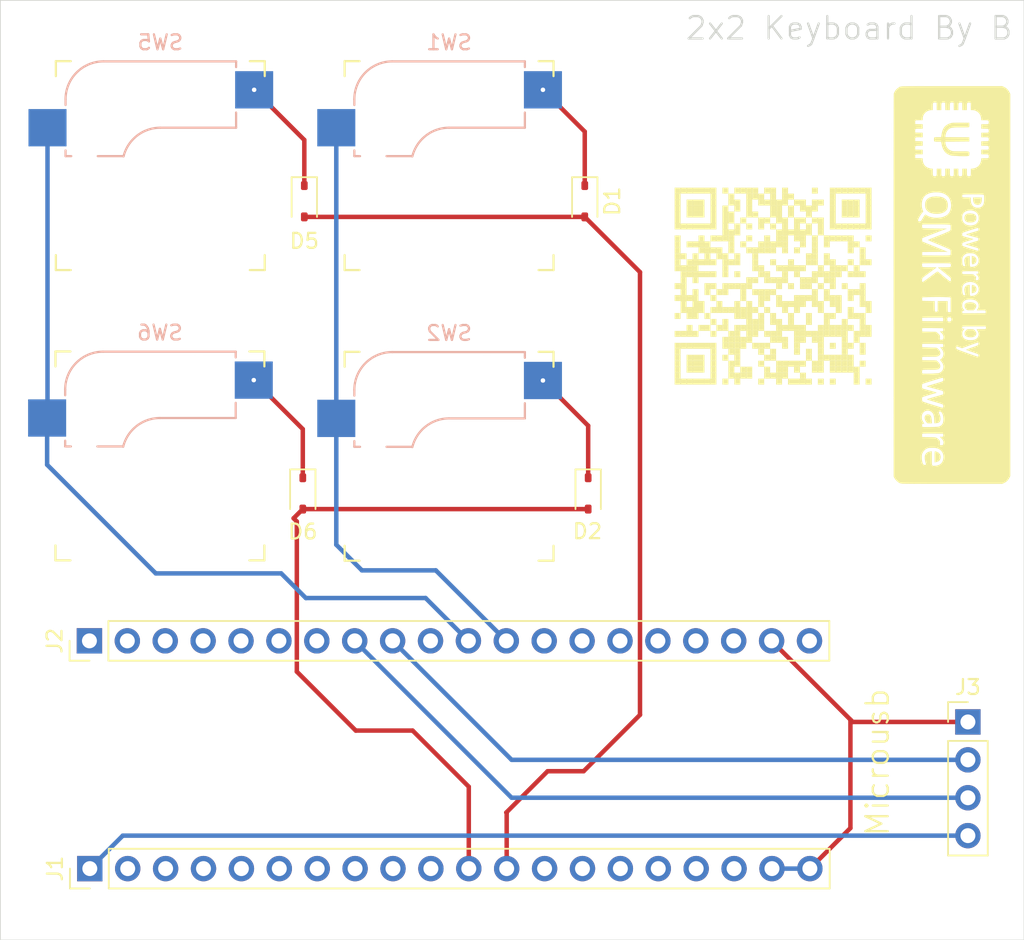
<source format=kicad_pcb>
(kicad_pcb (version 20240108) (generator "pcbnew") (generator_version "8.0")
  (layers (0 "F.Cu" signal) (31 "B.Cu" signal) (34 "B.Paste" user) (35 "F.Paste" user) (36 "B.SilkS" user "B.Silkscreen") (37 "F.SilkS" user "F.Silkscreen") (38 "B.Mask" user) (39 "F.Mask" user) (44 "Edge.Cuts" user))
  (net 0 "")
  (net 1 "Net-(D1-K)")
  (net 2 "ROW1")
  (net 3 "ROW2")
  (net 4 "Net-(D2-K)")
  (net 5 "Net-(D5-K)")
  (net 6 "Net-(D6-K)")
  (net 7 "+5V")
  (net 12 "GND")
  (net 25 "D-")
  (net 27 "COL2")
  (net 28 "D+")
  (net 29 "COL1")
  (footprint "Diode_SMD:D_SOD-323" (layer "F.Cu") (at 102.2858 64.8462 -90)
    (property "Reference" "D6" (at 2.5654 0 180) (layer "F.SilkS"))
    (property "Value" "1N4148" (hide yes))
    (pad "1" smd roundrect (at -1.05 0 270) (size 0.6 0.45) (layers "F.Cu" "F.Paste" "F.Mask") (net 6 "Net-(D6-K)"))
    (pad "2" smd roundrect (at 1.05 0 270) (size 0.6 0.45) (layers "F.Cu" "F.Paste" "F.Mask") (net 3 "ROW2"))
  )
  (footprint "Diode_SMD:D_SOD-323" (layer "F.Cu") (at 121.412 64.8462 -90)
    (property "Reference" "D2" (at 2.541 0.0482 180) (layer "F.SilkS"))
    (property "Value" "1N4148" (hide yes))
    (pad "1" smd roundrect (at -1.05 0 270) (size 0.6 0.45) (layers "F.Cu" "F.Paste" "F.Mask") (net 4 "Net-(D2-K)"))
    (pad "2" smd roundrect (at 1.05 0 270) (size 0.6 0.45) (layers "F.Cu" "F.Paste" "F.Mask") (net 3 "ROW2"))
  )
  (footprint "KeyboardSwitch:QMK_PoweredBy" (layer "F.Cu") (at 145.796 50.8762 -90)
    (property "Reference" "LOGO1" (hide yes))
    (property "Value" "QMK Logo" (hide yes))
  )
  (footprint "Connector_PinHeader_2.54mm:PinHeader_1x04_P2.54mm_Vertical" (layer "F.Cu") (at 146.8628 80.1624)
    (property "Reference" "J3" (at 0 -2.33 360) (layer "F.SilkS"))
    (property "Value" "Conn_01x04" (hide yes))
    (pad "1" thru_hole rect (at 0 0) (size 1.7 1.7) (drill 1) (layers "*.Cu" "*.Mask") (net 12 "GND"))
    (pad "2" thru_hole oval (at 0 2.54) (size 1.7 1.7) (drill 1) (layers "*.Cu" "*.Mask") (net 28 "D+"))
    (pad "3" thru_hole oval (at 0 5.08) (size 1.7 1.7) (drill 1) (layers "*.Cu" "*.Mask") (net 25 "D-"))
    (pad "4" thru_hole oval (at 0 7.62) (size 1.7 1.7) (drill 1) (layers "*.Cu" "*.Mask") (net 7 "+5V"))
  )
  (footprint "KeyboardSwitch:Kailh_socket_MX" (layer "F.Cu") (at 92.7354 42.8752)
    (property "Reference" "SW5" (at 0 -8.255 0) (layer "B.SilkS") (effects (justify mirror)))
    (property "Value" "SW_Push" (hide yes))
    (pad "" np_thru_hole circle (at -5.08 0) (size 1.7018 1.7018) (drill 1.7018) (layers "*.Cu" "*.Mask"))
    (pad "" np_thru_hole circle (at -3.81 -2.54) (size 3 3) (drill 3) (layers "*.Cu" "*.Mask"))
    (pad "" np_thru_hole circle (at 0 0) (size 3.9878 3.9878) (drill 3.9878) (layers "*.Cu" "*.Mask"))
    (pad "" np_thru_hole circle (at 2.54 -5.08) (size 3 3) (drill 3) (layers "*.Cu" "*.Mask"))
    (pad "" np_thru_hole circle (at 5.08 0) (size 1.7018 1.7018) (drill 1.7018) (layers "*.Cu" "*.Mask"))
    (pad "1" smd rect (at 6.29 -5.08) (size 2.55 2.5) (layers "B.Cu" "B.Paste" "B.Mask") (net 5 "Net-(D5-K)"))
    (pad "2" smd rect (at -7.56 -2.54) (size 2.55 2.5) (layers "B.Cu" "B.Paste" "B.Mask") (net 27 "COL2"))
  )
  (footprint "Diode_SMD:D_SOD-323" (layer "F.Cu") (at 102.3874 45.2628 -90)
    (property "Reference" "D5" (at 2.667 0 180) (layer "F.SilkS"))
    (property "Value" "1N4148" (hide yes))
    (pad "1" smd roundrect (at -1.05 0 270) (size 0.6 0.45) (layers "F.Cu" "F.Paste" "F.Mask") (net 5 "Net-(D5-K)"))
    (pad "2" smd roundrect (at 1.05 0 270) (size 0.6 0.45) (layers "F.Cu" "F.Paste" "F.Mask") (net 2 "ROW1"))
  )
  (footprint "KeyboardSwitch:QMK_QRCode_0.4mm" (layer "F.Cu") (at 133.8072 50.9524)
    (property "Reference" "LOGO2" (hide yes))
    (property "Value" "QMK QRCode" (hide yes))
  )
  (footprint "KeyboardSwitch:Kailh_socket_MX" (layer "F.Cu") (at 112.0902 62.357)
    (property "Reference" "SW2" (at 0 -8.255 0) (layer "B.SilkS") (effects (justify mirror)))
    (property "Value" "SW_Push" (hide yes))
    (pad "" np_thru_hole circle (at -5.08 0) (size 1.7018 1.7018) (drill 1.7018) (layers "*.Cu" "*.Mask"))
    (pad "" np_thru_hole circle (at -3.81 -2.54) (size 3 3) (drill 3) (layers "*.Cu" "*.Mask"))
    (pad "" np_thru_hole circle (at 0 0) (size 3.9878 3.9878) (drill 3.9878) (layers "*.Cu" "*.Mask"))
    (pad "" np_thru_hole circle (at 2.54 -5.08) (size 3 3) (drill 3) (layers "*.Cu" "*.Mask"))
    (pad "" np_thru_hole circle (at 5.08 0) (size 1.7018 1.7018) (drill 1.7018) (layers "*.Cu" "*.Mask"))
    (pad "1" smd rect (at 6.29 -5.08) (size 2.55 2.5) (layers "B.Cu" "B.Paste" "B.Mask") (net 4 "Net-(D2-K)"))
    (pad "2" smd rect (at -7.56 -2.54) (size 2.55 2.5) (layers "B.Cu" "B.Paste" "B.Mask") (net 29 "COL1"))
  )
  (footprint "KeyboardSwitch:Kailh_socket_MX" (layer "F.Cu") (at 92.71 62.3316)
    (property "Reference" "SW6" (at 0 -8.255 0) (layer "B.SilkS") (effects (justify mirror)))
    (property "Value" "SW_Push" (hide yes))
    (pad "" np_thru_hole circle (at -5.08 0) (size 1.7018 1.7018) (drill 1.7018) (layers "*.Cu" "*.Mask"))
    (pad "" np_thru_hole circle (at -3.81 -2.54) (size 3 3) (drill 3) (layers "*.Cu" "*.Mask"))
    (pad "" np_thru_hole circle (at 0 0) (size 3.9878 3.9878) (drill 3.9878) (layers "*.Cu" "*.Mask"))
    (pad "" np_thru_hole circle (at 2.54 -5.08) (size 3 3) (drill 3) (layers "*.Cu" "*.Mask"))
    (pad "" np_thru_hole circle (at 5.08 0) (size 1.7018 1.7018) (drill 1.7018) (layers "*.Cu" "*.Mask"))
    (pad "1" smd rect (at 6.29 -5.08) (size 2.55 2.5) (layers "B.Cu" "B.Paste" "B.Mask") (net 6 "Net-(D6-K)"))
    (pad "2" smd rect (at -7.56 -2.54) (size 2.55 2.5) (layers "B.Cu" "B.Paste" "B.Mask") (net 27 "COL2"))
  )
  (footprint "Connector_PinHeader_2.54mm:PinHeader_1x20_P2.54mm_Vertical" (layer "F.Cu") (at 87.9856 74.7268 90)
    (property "Reference" "J2" (at 0 -2.33 90) (layer "F.SilkS"))
    (property "Value" "Conn_01x20" (hide yes))
    (pad "1" thru_hole rect (at 0 0 90) (size 1.7 1.7) (drill 1) (layers "*.Cu" "*.Mask"))
    (pad "2" thru_hole oval (at 0 2.54 90) (size 1.7 1.7) (drill 1) (layers "*.Cu" "*.Mask"))
    (pad "3" thru_hole oval (at 0 5.08 90) (size 1.7 1.7) (drill 1) (layers "*.Cu" "*.Mask"))
    (pad "4" thru_hole oval (at 0 7.62 90) (size 1.7 1.7) (drill 1) (layers "*.Cu" "*.Mask"))
    (pad "5" thru_hole oval (at 0 10.16 90) (size 1.7 1.7) (drill 1) (layers "*.Cu" "*.Mask"))
    (pad "6" thru_hole oval (at 0 12.7 90) (size 1.7 1.7) (drill 1) (layers "*.Cu" "*.Mask"))
    (pad "7" thru_hole oval (at 0 15.24 90) (size 1.7 1.7) (drill 1) (layers "*.Cu" "*.Mask"))
    (pad "8" thru_hole oval (at 0 17.78 90) (size 1.7 1.7) (drill 1) (layers "*.Cu" "*.Mask") (net 25 "D-"))
    (pad "9" thru_hole oval (at 0 20.32 90) (size 1.7 1.7) (drill 1) (layers "*.Cu" "*.Mask") (net 28 "D+"))
    (pad "10" thru_hole oval (at 0 22.86 90) (size 1.7 1.7) (drill 1) (layers "*.Cu" "*.Mask"))
    (pad "11" thru_hole oval (at 0 25.4 90) (size 1.7 1.7) (drill 1) (layers "*.Cu" "*.Mask") (net 27 "COL2"))
    (pad "12" thru_hole oval (at 0 27.94 90) (size 1.7 1.7) (drill 1) (layers "*.Cu" "*.Mask") (net 29 "COL1"))
    (pad "13" thru_hole oval (at 0 30.48 90) (size 1.7 1.7) (drill 1) (layers "*.Cu" "*.Mask"))
    (pad "14" thru_hole oval (at 0 33.02 90) (size 1.7 1.7) (drill 1) (layers "*.Cu" "*.Mask"))
    (pad "15" thru_hole oval (at 0 35.56 90) (size 1.7 1.7) (drill 1) (layers "*.Cu" "*.Mask"))
    (pad "16" thru_hole oval (at 0 38.1 90) (size 1.7 1.7) (drill 1) (layers "*.Cu" "*.Mask"))
    (pad "17" thru_hole oval (at 0 40.64 90) (size 1.7 1.7) (drill 1) (layers "*.Cu" "*.Mask"))
    (pad "18" thru_hole oval (at 0 43.18 90) (size 1.7 1.7) (drill 1) (layers "*.Cu" "*.Mask"))
    (pad "19" thru_hole oval (at 0 45.72 90) (size 1.7 1.7) (drill 1) (layers "*.Cu" "*.Mask") (net 12 "GND"))
    (pad "20" thru_hole oval (at 0 48.26 90) (size 1.7 1.7) (drill 1) (layers "*.Cu" "*.Mask"))
  )
  (footprint "KeyboardSwitch:Kailh_socket_MX" (layer "F.Cu") (at 112.0902 42.8752)
    (property "Reference" "SW1" (at 0 -8.255 0) (layer "B.SilkS") (effects (justify mirror)))
    (property "Value" "SW_Push" (hide yes))
    (pad "" np_thru_hole circle (at -5.08 0) (size 1.7018 1.7018) (drill 1.7018) (layers "*.Cu" "*.Mask"))
    (pad "" np_thru_hole circle (at -3.81 -2.54) (size 3 3) (drill 3) (layers "*.Cu" "*.Mask"))
    (pad "" np_thru_hole circle (at 0 0) (size 3.9878 3.9878) (drill 3.9878) (layers "*.Cu" "*.Mask"))
    (pad "" np_thru_hole circle (at 2.54 -5.08) (size 3 3) (drill 3) (layers "*.Cu" "*.Mask"))
    (pad "" np_thru_hole circle (at 5.08 0) (size 1.7018 1.7018) (drill 1.7018) (layers "*.Cu" "*.Mask"))
    (pad "1" smd rect (at 6.29 -5.08) (size 2.55 2.5) (layers "B.Cu" "B.Paste" "B.Mask") (net 1 "Net-(D1-K)"))
    (pad "2" smd rect (at -7.56 -2.54) (size 2.55 2.5) (layers "B.Cu" "B.Paste" "B.Mask") (net 29 "COL1"))
  )
  (footprint "Diode_SMD:D_SOD-323" (layer "F.Cu") (at 121.1834 45.2628 -90)
    (property "Reference" "D1" (at 0 -1.85 90) (layer "F.SilkS"))
    (property "Value" "1N4148" (hide yes))
    (pad "1" smd roundrect (at -1.05 0 270) (size 0.6 0.45) (layers "F.Cu" "F.Paste" "F.Mask") (net 1 "Net-(D1-K)"))
    (pad "2" smd roundrect (at 1.05 0 270) (size 0.6 0.45) (layers "F.Cu" "F.Paste" "F.Mask") (net 2 "ROW1"))
  )
  (footprint "Connector_PinHeader_2.54mm:PinHeader_1x20_P2.54mm_Vertical" (layer "F.Cu") (at 88.011 89.9922 90)
    (property "Reference" "J1" (at 0 -2.33 90) (layer "F.SilkS"))
    (property "Value" "Conn_01x20" (hide yes))
    (pad "1" thru_hole rect (at 0 0 90) (size 1.7 1.7) (drill 1) (layers "*.Cu" "*.Mask") (net 7 "+5V"))
    (pad "2" thru_hole oval (at 0 2.54 90) (size 1.7 1.7) (drill 1) (layers "*.Cu" "*.Mask"))
    (pad "3" thru_hole oval (at 0 5.08 90) (size 1.7 1.7) (drill 1) (layers "*.Cu" "*.Mask"))
    (pad "4" thru_hole oval (at 0 7.62 90) (size 1.7 1.7) (drill 1) (layers "*.Cu" "*.Mask"))
    (pad "5" thru_hole oval (at 0 10.16 90) (size 1.7 1.7) (drill 1) (layers "*.Cu" "*.Mask"))
    (pad "6" thru_hole oval (at 0 12.7 90) (size 1.7 1.7) (drill 1) (layers "*.Cu" "*.Mask"))
    (pad "7" thru_hole oval (at 0 15.24 90) (size 1.7 1.7) (drill 1) (layers "*.Cu" "*.Mask"))
    (pad "8" thru_hole oval (at 0 17.78 90) (size 1.7 1.7) (drill 1) (layers "*.Cu" "*.Mask"))
    (pad "9" thru_hole oval (at 0 20.32 90) (size 1.7 1.7) (drill 1) (layers "*.Cu" "*.Mask"))
    (pad "10" thru_hole oval (at 0 22.86 90) (size 1.7 1.7) (drill 1) (layers "*.Cu" "*.Mask"))
    (pad "11" thru_hole oval (at 0 25.4 90) (size 1.7 1.7) (drill 1) (layers "*.Cu" "*.Mask") (net 3 "ROW2"))
    (pad "12" thru_hole oval (at 0 27.94 90) (size 1.7 1.7) (drill 1) (layers "*.Cu" "*.Mask") (net 2 "ROW1"))
    (pad "13" thru_hole oval (at 0 30.48 90) (size 1.7 1.7) (drill 1) (layers "*.Cu" "*.Mask"))
    (pad "14" thru_hole oval (at 0 33.02 90) (size 1.7 1.7) (drill 1) (layers "*.Cu" "*.Mask"))
    (pad "15" thru_hole oval (at 0 35.56 90) (size 1.7 1.7) (drill 1) (layers "*.Cu" "*.Mask"))
    (pad "16" thru_hole oval (at 0 38.1 90) (size 1.7 1.7) (drill 1) (layers "*.Cu" "*.Mask"))
    (pad "17" thru_hole oval (at 0 40.64 90) (size 1.7 1.7) (drill 1) (layers "*.Cu" "*.Mask"))
    (pad "18" thru_hole oval (at 0 43.18 90) (size 1.7 1.7) (drill 1) (layers "*.Cu" "*.Mask"))
    (pad "19" thru_hole oval (at 0 45.72 90) (size 1.7 1.7) (drill 1) (layers "*.Cu" "*.Mask") (net 12 "GND"))
    (pad "20" thru_hole oval (at 0 48.26 90) (size 1.7 1.7) (drill 1) (layers "*.Cu" "*.Mask") (net 12 "GND"))
  )
  (gr_rect (start 82.0166 31.8008) (end 150.622 94.7674) (stroke (width 0.05)) (fill none) (layer "Edge.Cuts"))
  (gr_text "Microusb" (at 141.6812 87.9348 90) (layer "F.SilkS") (effects (font (size 1.5 1.5)) (justify left bottom)))
  (gr_text "2x2 Keyboard By B" (at 127.8382 34.544 0) (layer "Edge.Cuts") (effects (font (size 1.5 1.5)) (justify left bottom)))
  (segment (start 121.1834 40.5984) (end 118.3802 37.7952) (width 0.3) (layer "F.Cu") (net 1))
  (segment (start 121.1834 44.2128) (end 121.1834 40.5984) (width 0.3) (layer "F.Cu") (net 1))
  (via (at 118.3802 37.7952) (size 0.6) (drill 0.3) (layers "F.Cu" "B.Cu") (net 1))
  (segment (start 118.6942 83.4644) (end 115.9256 86.233) (width 0.3) (layer "F.Cu") (net 2))
  (segment (start 121.1072 83.4644) (end 118.6942 83.4644) (width 0.3) (layer "F.Cu") (net 2))
  (segment (start 121.1834 46.3128) (end 124.8856 50.015) (width 0.3) (layer "F.Cu") (net 2))
  (segment (start 115.9256 86.233) (end 115.951 86.2584) (width 0.3) (layer "F.Cu") (net 2))
  (segment (start 124.8856 79.686) (end 121.1072 83.4644) (width 0.3) (layer "F.Cu") (net 2))
  (segment (start 121.1834 46.3128) (end 102.3874 46.3128) (width 0.3) (layer "F.Cu") (net 2))
  (segment (start 121.2174 46.2788) (end 121.1834 46.3128) (width 0.3) (layer "F.Cu") (net 2))
  (segment (start 124.8856 50.015) (end 124.8856 79.686) (width 0.3) (layer "F.Cu") (net 2))
  (segment (start 115.951 86.2584) (end 115.951 89.9922) (width 0.3) (layer "F.Cu") (net 2))
  (segment (start 101.8856 76.7904) (end 105.8356 80.7404) (width 0.3) (layer "F.Cu") (net 3))
  (segment (start 113.411 84.5058) (end 113.411 89.9922) (width 0.3) (layer "F.Cu") (net 3))
  (segment (start 105.8356 80.7404) (end 109.6456 80.7404) (width 0.3) (layer "F.Cu") (net 3))
  (segment (start 101.8856 66.7276) (end 101.8856 76.7904) (width 0.3) (layer "F.Cu") (net 3))
  (segment (start 102.2858 65.8962) (end 101.67 66.512) (width 0.3) (layer "F.Cu") (net 3))
  (segment (start 109.6456 80.7404) (end 113.411 84.5058) (width 0.3) (layer "F.Cu") (net 3))
  (segment (start 121.412 65.8962) (end 102.2858 65.8962) (width 0.3) (layer "F.Cu") (net 3))
  (segment (start 101.67 66.512) (end 101.8856 66.7276) (width 0.3) (layer "F.Cu") (net 3))
  (segment (start 121.412 60.3088) (end 118.3802 57.277) (width 0.3) (layer "F.Cu") (net 4))
  (segment (start 121.412 63.7962) (end 121.412 60.3088) (width 0.3) (layer "F.Cu") (net 4))
  (via (at 118.3802 57.277) (size 0.6) (drill 0.3) (layers "F.Cu" "B.Cu") (net 4))
  (segment (start 102.3874 41.1572) (end 99.0254 37.7952) (width 0.3) (layer "F.Cu") (net 5))
  (segment (start 102.3874 44.2128) (end 102.3874 41.1572) (width 0.3) (layer "F.Cu") (net 5))
  (via (at 99.0254 37.7952) (size 0.6) (drill 0.3) (layers "F.Cu" "B.Cu") (net 5))
  (segment (start 102.2858 60.5374) (end 99 57.2516) (width 0.3) (layer "F.Cu") (net 6))
  (segment (start 102.2858 63.7962) (end 102.2858 60.5374) (width 0.3) (layer "F.Cu") (net 6))
  (via (at 99 57.2516) (size 0.6) (drill 0.3) (layers "F.Cu" "B.Cu") (net 6))
  (segment (start 146.8628 87.7824) (end 90.2208 87.7824) (width 0.3) (layer "B.Cu") (net 7))
  (segment (start 90.2208 87.7824) (end 88.011 89.9922) (width 0.3) (layer "B.Cu") (net 7))
  (segment (start 139.1412 80.1624) (end 138.9888 80.01) (width 0.3) (layer "F.Cu") (net 12))
  (segment (start 138.9888 87.2744) (end 136.271 89.9922) (width 0.3) (layer "F.Cu") (net 12))
  (segment (start 146.8628 80.1624) (end 139.1412 80.1624) (width 0.3) (layer "F.Cu") (net 12))
  (segment (start 138.9888 80.01) (end 138.9888 87.2744) (width 0.3) (layer "F.Cu") (net 12))
  (segment (start 138.9888 80.01) (end 133.7056 74.7268) (width 0.3) (layer "F.Cu") (net 12))
  (segment (start 133.731 89.9922) (end 136.271 89.9922) (width 0.3) (layer "B.Cu") (net 12))
  (segment (start 116.2812 85.2424) (end 146.8628 85.2424) (width 0.3) (layer "B.Cu") (net 25))
  (segment (start 105.7656 74.7268) (end 116.2812 85.2424) (width 0.3) (layer "B.Cu") (net 25))
  (segment (start 85.1754 40.3352) (end 85.1754 59.7662) (width 0.3) (layer "B.Cu") (net 27))
  (segment (start 102.4902 71.8578) (end 110.5166 71.8578) (width 0.3) (layer "B.Cu") (net 27))
  (segment (start 110.5166 71.8578) (end 113.3856 74.7268) (width 0.3) (layer "B.Cu") (net 27))
  (segment (start 85.15 62.925) (end 92.4306 70.2056) (width 0.3) (layer "B.Cu") (net 27))
  (segment (start 100.838 70.2056) (end 102.4902 71.8578) (width 0.3) (layer "B.Cu") (net 27))
  (segment (start 92.4306 70.2056) (end 100.838 70.2056) (width 0.3) (layer "B.Cu") (net 27))
  (segment (start 85.1754 59.7662) (end 85.15 59.7916) (width 0.3) (layer "B.Cu") (net 27))
  (segment (start 85.15 59.7916) (end 85.15 62.925) (width 0.3) (layer "B.Cu") (net 27))
  (segment (start 116.2812 82.7024) (end 146.8628 82.7024) (width 0.3) (layer "B.Cu") (net 28))
  (segment (start 108.3056 74.7268) (end 116.2812 82.7024) (width 0.3) (layer "B.Cu") (net 28))
  (segment (start 104.5302 68.2844) (end 106.2482 70.0024) (width 0.3) (layer "B.Cu") (net 29))
  (segment (start 104.5302 59.817) (end 104.5302 68.2844) (width 0.3) (layer "B.Cu") (net 29))
  (segment (start 104.5302 40.3352) (end 104.5302 59.817) (width 0.3) (layer "B.Cu") (net 29))
  (segment (start 111.2012 70.0024) (end 115.9256 74.7268) (width 0.3) (layer "B.Cu") (net 29))
  (segment (start 106.2482 70.0024) (end 111.2012 70.0024) (width 0.3) (layer "B.Cu") (net 29))
)
</source>
